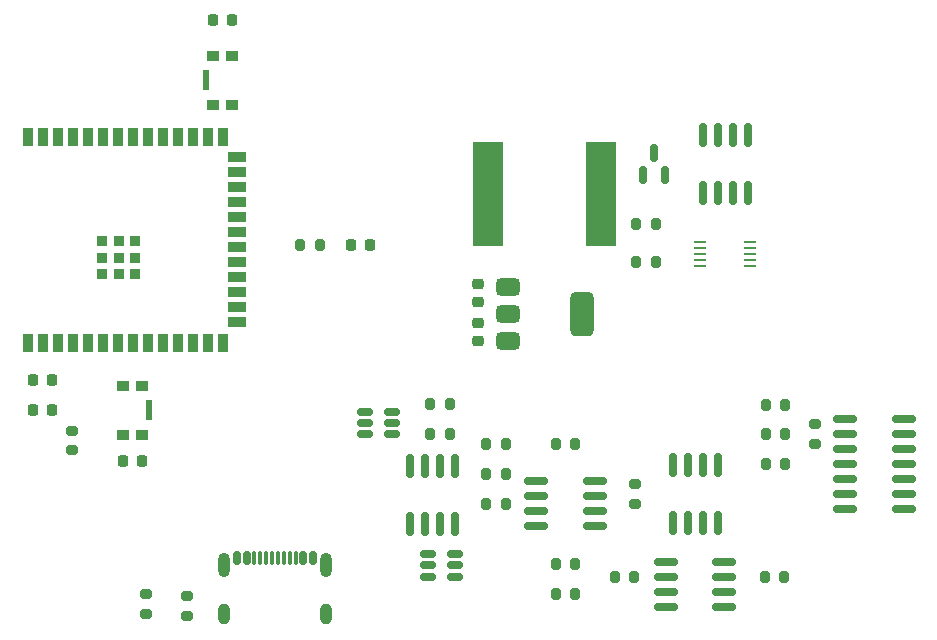
<source format=gbr>
%TF.GenerationSoftware,KiCad,Pcbnew,9.0.1-1.fc41*%
%TF.CreationDate,2025-04-10T23:58:52-07:00*%
%TF.ProjectId,Potentiostat KiCAD Prohject,506f7465-6e74-4696-9f73-746174204b69,rev?*%
%TF.SameCoordinates,Original*%
%TF.FileFunction,Paste,Top*%
%TF.FilePolarity,Positive*%
%FSLAX46Y46*%
G04 Gerber Fmt 4.6, Leading zero omitted, Abs format (unit mm)*
G04 Created by KiCad (PCBNEW 9.0.1-1.fc41) date 2025-04-10 23:58:52*
%MOMM*%
%LPD*%
G01*
G04 APERTURE LIST*
G04 Aperture macros list*
%AMRoundRect*
0 Rectangle with rounded corners*
0 $1 Rounding radius*
0 $2 $3 $4 $5 $6 $7 $8 $9 X,Y pos of 4 corners*
0 Add a 4 corners polygon primitive as box body*
4,1,4,$2,$3,$4,$5,$6,$7,$8,$9,$2,$3,0*
0 Add four circle primitives for the rounded corners*
1,1,$1+$1,$2,$3*
1,1,$1+$1,$4,$5*
1,1,$1+$1,$6,$7*
1,1,$1+$1,$8,$9*
0 Add four rect primitives between the rounded corners*
20,1,$1+$1,$2,$3,$4,$5,0*
20,1,$1+$1,$4,$5,$6,$7,0*
20,1,$1+$1,$6,$7,$8,$9,0*
20,1,$1+$1,$8,$9,$2,$3,0*%
G04 Aperture macros list end*
%ADD10RoundRect,0.150000X-0.150000X-0.425000X0.150000X-0.425000X0.150000X0.425000X-0.150000X0.425000X0*%
%ADD11RoundRect,0.075000X-0.075000X-0.500000X0.075000X-0.500000X0.075000X0.500000X-0.075000X0.500000X0*%
%ADD12O,1.000000X2.100000*%
%ADD13O,1.000000X1.800000*%
%ADD14R,1.000000X0.900000*%
%ADD15R,0.550000X1.700000*%
%ADD16R,0.900000X0.900000*%
%ADD17R,0.900000X1.500000*%
%ADD18R,1.500000X0.900000*%
%ADD19RoundRect,0.225000X0.225000X0.250000X-0.225000X0.250000X-0.225000X-0.250000X0.225000X-0.250000X0*%
%ADD20RoundRect,0.200000X0.200000X0.275000X-0.200000X0.275000X-0.200000X-0.275000X0.200000X-0.275000X0*%
%ADD21RoundRect,0.218750X0.218750X0.256250X-0.218750X0.256250X-0.218750X-0.256250X0.218750X-0.256250X0*%
%ADD22RoundRect,0.200000X0.275000X-0.200000X0.275000X0.200000X-0.275000X0.200000X-0.275000X-0.200000X0*%
%ADD23RoundRect,0.200000X-0.200000X-0.275000X0.200000X-0.275000X0.200000X0.275000X-0.200000X0.275000X0*%
%ADD24RoundRect,0.200000X-0.275000X0.200000X-0.275000X-0.200000X0.275000X-0.200000X0.275000X0.200000X0*%
%ADD25RoundRect,0.150000X-0.825000X-0.150000X0.825000X-0.150000X0.825000X0.150000X-0.825000X0.150000X0*%
%ADD26RoundRect,0.150000X-0.512500X-0.150000X0.512500X-0.150000X0.512500X0.150000X-0.512500X0.150000X0*%
%ADD27RoundRect,0.225000X0.250000X-0.225000X0.250000X0.225000X-0.250000X0.225000X-0.250000X-0.225000X0*%
%ADD28R,2.500000X8.850000*%
%ADD29RoundRect,0.150000X0.512500X0.150000X-0.512500X0.150000X-0.512500X-0.150000X0.512500X-0.150000X0*%
%ADD30RoundRect,0.150000X0.150000X-0.825000X0.150000X0.825000X-0.150000X0.825000X-0.150000X-0.825000X0*%
%ADD31RoundRect,0.150000X0.150000X-0.587500X0.150000X0.587500X-0.150000X0.587500X-0.150000X-0.587500X0*%
%ADD32RoundRect,0.375000X-0.625000X-0.375000X0.625000X-0.375000X0.625000X0.375000X-0.625000X0.375000X0*%
%ADD33RoundRect,0.500000X-0.500000X-1.400000X0.500000X-1.400000X0.500000X1.400000X-0.500000X1.400000X0*%
%ADD34RoundRect,0.225000X-0.225000X-0.250000X0.225000X-0.250000X0.225000X0.250000X-0.225000X0.250000X0*%
%ADD35RoundRect,0.150000X-0.150000X0.825000X-0.150000X-0.825000X0.150000X-0.825000X0.150000X0.825000X0*%
%ADD36R,1.100000X0.250000*%
%ADD37RoundRect,0.225000X-0.250000X0.225000X-0.250000X-0.225000X0.250000X-0.225000X0.250000X0.225000X0*%
G04 APERTURE END LIST*
D10*
%TO.C,J2*%
X151740000Y-101925000D03*
X152540000Y-101925000D03*
D11*
X153690000Y-101925000D03*
X154690000Y-101925000D03*
X155190000Y-101925000D03*
X156190000Y-101925000D03*
D10*
X157340000Y-101925000D03*
X158140000Y-101925000D03*
X158140000Y-101925000D03*
X157340000Y-101925000D03*
D11*
X156690000Y-101925000D03*
X155690000Y-101925000D03*
X154190000Y-101925000D03*
X153190000Y-101925000D03*
D10*
X152540000Y-101925000D03*
X151740000Y-101925000D03*
D12*
X150620000Y-102500000D03*
D13*
X150620000Y-106680000D03*
D12*
X159260000Y-102500000D03*
D13*
X159260000Y-106680000D03*
%TD*%
D14*
%TO.C,SW1*%
X143660000Y-87385000D03*
X143660000Y-91485000D03*
X142060000Y-87385000D03*
X142060000Y-91485000D03*
D15*
X144285000Y-89435000D03*
%TD*%
%TO.C,SW2*%
X149055000Y-61495000D03*
D14*
X151280000Y-59445000D03*
X151280000Y-63545000D03*
X149680000Y-59445000D03*
X149680000Y-63545000D03*
%TD*%
D16*
%TO.C,U14*%
X143110000Y-75100000D03*
X141710000Y-75100000D03*
X140310000Y-75100000D03*
X143110000Y-76500000D03*
X141710000Y-76500000D03*
X140310000Y-76500000D03*
X143110000Y-77900000D03*
X141710000Y-77900000D03*
X140310000Y-77900000D03*
D17*
X133990000Y-66250000D03*
X135260000Y-66250000D03*
X136530000Y-66250000D03*
X137800000Y-66250000D03*
X139070000Y-66250000D03*
X140340000Y-66250000D03*
X141610000Y-66250000D03*
X142880000Y-66250000D03*
X144150000Y-66250000D03*
X145420000Y-66250000D03*
X146690000Y-66250000D03*
X147960000Y-66250000D03*
X149230000Y-66250000D03*
X150500000Y-66250000D03*
D18*
X151750000Y-68015000D03*
X151750000Y-69285000D03*
X151750000Y-70555000D03*
X151750000Y-71825000D03*
X151750000Y-73095000D03*
X151750000Y-74365000D03*
X151750000Y-75635000D03*
X151750000Y-76905000D03*
X151750000Y-78175000D03*
X151750000Y-79445000D03*
X151750000Y-80715000D03*
X151750000Y-81985000D03*
D17*
X150500000Y-83750000D03*
X149230000Y-83750000D03*
X147960000Y-83750000D03*
X146690000Y-83750000D03*
X145420000Y-83750000D03*
X144150000Y-83750000D03*
X142880000Y-83750000D03*
X141610000Y-83750000D03*
X140340000Y-83750000D03*
X139070000Y-83750000D03*
X137800000Y-83750000D03*
X136530000Y-83750000D03*
X135260000Y-83750000D03*
X133990000Y-83750000D03*
%TD*%
D19*
%TO.C,C5*%
X134465000Y-89435000D03*
X136015000Y-89435000D03*
%TD*%
%TO.C,C6*%
X134465000Y-86895000D03*
X136015000Y-86895000D03*
%TD*%
D20*
%TO.C,R12*%
X157060000Y-75425000D03*
X158710000Y-75425000D03*
%TD*%
D21*
%TO.C,D1*%
X161390000Y-75425000D03*
X162965000Y-75425000D03*
%TD*%
D19*
%TO.C,C4*%
X142085000Y-93740000D03*
X143635000Y-93740000D03*
%TD*%
D22*
%TO.C,R21*%
X137780000Y-91150000D03*
X137780000Y-92800000D03*
%TD*%
D23*
%TO.C,R11*%
X185514000Y-76897500D03*
X187164000Y-76897500D03*
%TD*%
D20*
%TO.C,R5*%
X169735000Y-88900000D03*
X168085000Y-88900000D03*
%TD*%
D24*
%TO.C,R18*%
X185420000Y-95695000D03*
X185420000Y-97345000D03*
%TD*%
D20*
%TO.C,R13*%
X180355000Y-102410000D03*
X178705000Y-102410000D03*
%TD*%
D25*
%TO.C,U7*%
X177055000Y-95425000D03*
X177055000Y-96695000D03*
X177055000Y-97965000D03*
X177055000Y-99235000D03*
X182005000Y-99235000D03*
X182005000Y-97965000D03*
X182005000Y-96695000D03*
X182005000Y-95425000D03*
%TD*%
D20*
%TO.C,R15*%
X174450000Y-97330000D03*
X172800000Y-97330000D03*
%TD*%
D23*
%TO.C,R16*%
X172800000Y-94790000D03*
X174450000Y-94790000D03*
%TD*%
D26*
%TO.C,U6*%
X167905000Y-101600000D03*
X167905000Y-102550000D03*
X167905000Y-103500000D03*
X170180000Y-103500000D03*
X170180000Y-102550000D03*
X170180000Y-101600000D03*
%TD*%
D25*
%TO.C,U2*%
X203200000Y-90170000D03*
X203200000Y-91440000D03*
X203200000Y-92710000D03*
X203200000Y-93980000D03*
X203200000Y-95250000D03*
X203200000Y-96520000D03*
X203200000Y-97790000D03*
X208150000Y-97790000D03*
X208150000Y-96520000D03*
X208150000Y-95250000D03*
X208150000Y-93980000D03*
X208150000Y-92710000D03*
X208150000Y-91440000D03*
X208150000Y-90170000D03*
%TD*%
D27*
%TO.C,C2*%
X172110000Y-83580000D03*
X172110000Y-82030000D03*
%TD*%
D22*
%TO.C,R20*%
X147500000Y-106825000D03*
X147500000Y-105175000D03*
%TD*%
D23*
%TO.C,R6*%
X196470000Y-88960000D03*
X198120000Y-88960000D03*
%TD*%
D20*
%TO.C,R3*%
X180355000Y-92250000D03*
X178705000Y-92250000D03*
%TD*%
D22*
%TO.C,R9*%
X200660000Y-92265000D03*
X200660000Y-90615000D03*
%TD*%
D28*
%TO.C,C1*%
X173000000Y-71120000D03*
X182500000Y-71120000D03*
%TD*%
D29*
%TO.C,U11*%
X164835000Y-91440000D03*
X164835000Y-90490000D03*
X164835000Y-89540000D03*
X162560000Y-89540000D03*
X162560000Y-90490000D03*
X162560000Y-91440000D03*
%TD*%
D23*
%TO.C,R1*%
X196405000Y-103505000D03*
X198055000Y-103505000D03*
%TD*%
D30*
%TO.C,U4*%
X191135000Y-71055000D03*
X192405000Y-71055000D03*
X193675000Y-71055000D03*
X194945000Y-71055000D03*
X194945000Y-66105000D03*
X193675000Y-66105000D03*
X192405000Y-66105000D03*
X191135000Y-66105000D03*
%TD*%
D23*
%TO.C,R7*%
X196470000Y-91470000D03*
X198120000Y-91470000D03*
%TD*%
D31*
%TO.C,U8*%
X186072500Y-69517500D03*
X187972500Y-69517500D03*
X187022500Y-67642500D03*
%TD*%
D30*
%TO.C,U9*%
X188595000Y-98995000D03*
X189865000Y-98995000D03*
X191135000Y-98995000D03*
X192405000Y-98995000D03*
X192405000Y-94045000D03*
X191135000Y-94045000D03*
X189865000Y-94045000D03*
X188595000Y-94045000D03*
%TD*%
D32*
%TO.C,U13*%
X174650000Y-78980000D03*
X174650000Y-81280000D03*
D33*
X180950000Y-81280000D03*
D32*
X174650000Y-83580000D03*
%TD*%
D23*
%TO.C,R2*%
X183705000Y-103505000D03*
X185355000Y-103505000D03*
%TD*%
%TO.C,R17*%
X172800000Y-92250000D03*
X174450000Y-92250000D03*
%TD*%
%TO.C,R8*%
X196470000Y-93980000D03*
X198120000Y-93980000D03*
%TD*%
D25*
%TO.C,U5*%
X188025000Y-102235000D03*
X188025000Y-103505000D03*
X188025000Y-104775000D03*
X188025000Y-106045000D03*
X192975000Y-106045000D03*
X192975000Y-104775000D03*
X192975000Y-103505000D03*
X192975000Y-102235000D03*
%TD*%
D34*
%TO.C,C7*%
X149705000Y-56415000D03*
X151255000Y-56415000D03*
%TD*%
D35*
%TO.C,U1*%
X170180000Y-94110000D03*
X168910000Y-94110000D03*
X167640000Y-94110000D03*
X166370000Y-94110000D03*
X166370000Y-99060000D03*
X167640000Y-99060000D03*
X168910000Y-99060000D03*
X170180000Y-99060000D03*
%TD*%
D20*
%TO.C,R10*%
X187164000Y-73660000D03*
X185514000Y-73660000D03*
%TD*%
D24*
%TO.C,R19*%
X144000000Y-105000000D03*
X144000000Y-106650000D03*
%TD*%
D23*
%TO.C,R14*%
X178705000Y-104950000D03*
X180355000Y-104950000D03*
%TD*%
%TO.C,R4*%
X168085000Y-91440000D03*
X169735000Y-91440000D03*
%TD*%
D36*
%TO.C,U10*%
X195190000Y-77200000D03*
X195190000Y-76700000D03*
X195190000Y-76200000D03*
X195190000Y-75700000D03*
X195190000Y-75200000D03*
X190890000Y-75200000D03*
X190890000Y-75700000D03*
X190890000Y-76200000D03*
X190890000Y-76700000D03*
X190890000Y-77200000D03*
%TD*%
D37*
%TO.C,C3*%
X172110000Y-78715000D03*
X172110000Y-80265000D03*
%TD*%
M02*

</source>
